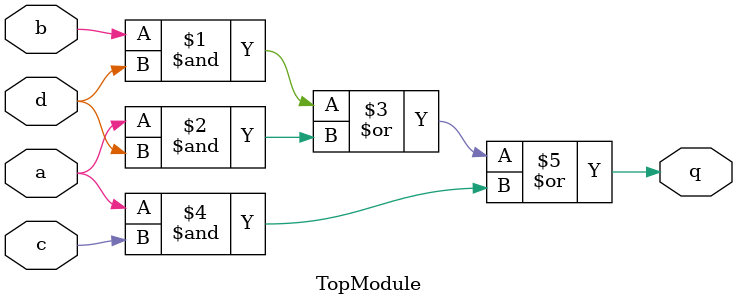
<source format=sv>
module TopModule(
    input logic a,
    input logic b,
    input logic c,
    input logic d,
    output logic q
);

    assign q = (b & d) | (a & d) | (a & c);

endmodule
</source>
